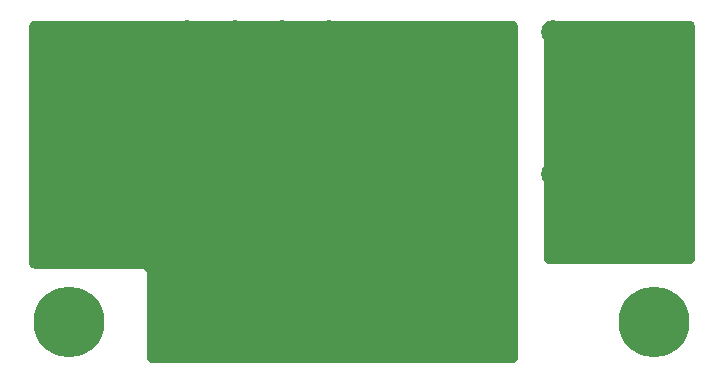
<source format=gbl>
%TF.GenerationSoftware,KiCad,Pcbnew,8.0.4*%
%TF.CreationDate,2024-08-05T19:41:16-07:00*%
%TF.ProjectId,20220727_Projects_Ideal_Diode_02,32303232-3037-4323-975f-50726f6a6563,rev?*%
%TF.SameCoordinates,PX9634260PY6ea0500*%
%TF.FileFunction,Copper,L2,Bot*%
%TF.FilePolarity,Positive*%
%FSLAX46Y46*%
G04 Gerber Fmt 4.6, Leading zero omitted, Abs format (unit mm)*
G04 Created by KiCad (PCBNEW 8.0.4) date 2024-08-05 19:41:16*
%MOMM*%
%LPD*%
G01*
G04 APERTURE LIST*
%TA.AperFunction,ComponentPad*%
%ADD10C,6.000000*%
%TD*%
%TA.AperFunction,ComponentPad*%
%ADD11C,3.000000*%
%TD*%
%TA.AperFunction,ComponentPad*%
%ADD12C,12.000000*%
%TD*%
%TA.AperFunction,SMDPad,CuDef*%
%ADD13R,28.000000X28.000000*%
%TD*%
%TA.AperFunction,ViaPad*%
%ADD14C,2.000000*%
%TD*%
G04 APERTURE END LIST*
D10*
%TO.P,P103,1,1*%
%TO.N,/+VIN*%
X53000000Y3500000D03*
%TD*%
D11*
%TO.P,P104,1,1*%
%TO.N,GND*%
X45600000Y22500000D03*
X46800000Y25500000D03*
X46800000Y19500000D03*
X50000000Y26900000D03*
D12*
X50000000Y22500000D03*
D11*
X50000000Y18100000D03*
X53000000Y25700000D03*
X53200000Y19500000D03*
X54400000Y22500000D03*
%TD*%
D10*
%TO.P,P101,1,1*%
%TO.N,/+VIN*%
X3500000Y3500000D03*
%TD*%
D11*
%TO.P,P102,1,1*%
%TO.N,/-SOURCE*%
X2100000Y22500000D03*
X3300000Y25500000D03*
X3300000Y19500000D03*
X6500000Y26900000D03*
D12*
X6500000Y22500000D03*
D11*
X6500000Y18100000D03*
X9500000Y25700000D03*
X9700000Y19500000D03*
X10900000Y22500000D03*
%TD*%
D13*
%TO.P,P105,1,1*%
%TO.N,/-SOURCE*%
X27500000Y14500000D03*
%TD*%
D14*
%TO.N,GND*%
X44500000Y16000000D03*
X54500000Y16000000D03*
X44500000Y28000000D03*
%TO.N,/-SOURCE*%
X13500000Y24000000D03*
X13500000Y12000000D03*
X1500000Y12000000D03*
X13500000Y20000000D03*
X13500000Y16000000D03*
X21500000Y28000000D03*
X21500000Y24000000D03*
X13500000Y28000000D03*
X1500000Y16000000D03*
X17500000Y20000000D03*
X5500000Y12000000D03*
X17500000Y16000000D03*
X29500000Y16000000D03*
X29500000Y20000000D03*
X17500000Y28000000D03*
X9500000Y12000000D03*
X25500000Y9000000D03*
X17500000Y24000000D03*
X29500000Y12000000D03*
X17500000Y9000000D03*
X21500000Y9000000D03*
X25500000Y28000000D03*
X17500000Y12000000D03*
X29500000Y24000000D03*
X25500000Y24000000D03*
%TD*%
%TA.AperFunction,Conductor*%
%TO.N,/-SOURCE*%
G36*
X41008187Y28998922D02*
G01*
X41036201Y28995235D01*
X41112964Y28985129D01*
X41144731Y28976617D01*
X41234675Y28939361D01*
X41263160Y28922915D01*
X41340393Y28863651D01*
X41363650Y28840394D01*
X41422914Y28763161D01*
X41439361Y28734674D01*
X41476615Y28644735D01*
X41485128Y28612964D01*
X41498922Y28508190D01*
X41500000Y28491743D01*
X41500000Y508258D01*
X41498922Y491811D01*
X41485128Y387037D01*
X41476615Y355266D01*
X41439361Y265327D01*
X41422914Y236840D01*
X41363650Y159607D01*
X41340393Y136350D01*
X41263160Y77086D01*
X41234673Y60639D01*
X41144734Y23385D01*
X41112963Y14872D01*
X41035024Y4612D01*
X41008187Y1078D01*
X40991742Y0D01*
X10608258Y0D01*
X10591812Y1078D01*
X10487037Y14872D01*
X10455265Y23385D01*
X10365326Y60639D01*
X10336839Y77086D01*
X10259606Y136350D01*
X10236349Y159607D01*
X10177085Y236840D01*
X10160638Y265327D01*
X10123384Y355266D01*
X10114871Y387039D01*
X10101078Y491813D01*
X10100000Y508258D01*
X10100000Y7499993D01*
X10100000Y7500000D01*
X10082963Y7629410D01*
X10033013Y7750000D01*
X9953553Y7853553D01*
X9892525Y7900382D01*
X9850002Y7933012D01*
X9729408Y7982964D01*
X9600002Y8000000D01*
X9600000Y8000000D01*
X608258Y8000000D01*
X591812Y8001078D01*
X487037Y8014872D01*
X455265Y8023385D01*
X365326Y8060639D01*
X336839Y8077086D01*
X259606Y8136350D01*
X236349Y8159607D01*
X177085Y8236840D01*
X160638Y8265327D01*
X123384Y8355266D01*
X114871Y8387039D01*
X101078Y8491813D01*
X100000Y8508258D01*
X100000Y28491743D01*
X101078Y28508188D01*
X101917Y28514568D01*
X114872Y28612967D01*
X123382Y28644730D01*
X160640Y28734679D01*
X177082Y28763157D01*
X236351Y28840397D01*
X259603Y28863649D01*
X336843Y28922918D01*
X365321Y28939360D01*
X455270Y28976618D01*
X487033Y28985128D01*
X568592Y28995866D01*
X591813Y28998922D01*
X608258Y29000000D01*
X40991742Y29000000D01*
X41008187Y28998922D01*
G37*
%TD.AperFunction*%
%TD*%
%TA.AperFunction,Conductor*%
%TO.N,GND*%
G36*
X56008187Y28998922D02*
G01*
X56036201Y28995235D01*
X56112964Y28985129D01*
X56144731Y28976617D01*
X56234675Y28939361D01*
X56263160Y28922915D01*
X56340393Y28863651D01*
X56363650Y28840394D01*
X56422914Y28763161D01*
X56439361Y28734674D01*
X56476615Y28644735D01*
X56485128Y28612964D01*
X56498922Y28508190D01*
X56500000Y28491743D01*
X56500000Y8908258D01*
X56498922Y8891811D01*
X56485128Y8787037D01*
X56476615Y8755266D01*
X56439361Y8665327D01*
X56422914Y8636840D01*
X56363650Y8559607D01*
X56340393Y8536350D01*
X56263160Y8477086D01*
X56234673Y8460639D01*
X56144734Y8423385D01*
X56112963Y8414872D01*
X56035024Y8404612D01*
X56008187Y8401078D01*
X55991742Y8400000D01*
X44208258Y8400000D01*
X44191812Y8401078D01*
X44087037Y8414872D01*
X44055265Y8423385D01*
X43965326Y8460639D01*
X43936839Y8477086D01*
X43859606Y8536350D01*
X43836349Y8559607D01*
X43777085Y8636840D01*
X43760638Y8665327D01*
X43723384Y8755266D01*
X43714871Y8787039D01*
X43701078Y8891813D01*
X43700000Y8908258D01*
X43700000Y28491743D01*
X43701078Y28508188D01*
X43701917Y28514568D01*
X43714872Y28612967D01*
X43723382Y28644730D01*
X43760640Y28734679D01*
X43777082Y28763157D01*
X43836351Y28840397D01*
X43859603Y28863649D01*
X43936843Y28922918D01*
X43965321Y28939360D01*
X44055270Y28976618D01*
X44087033Y28985128D01*
X44168592Y28995866D01*
X44191813Y28998922D01*
X44208258Y29000000D01*
X55991742Y29000000D01*
X56008187Y28998922D01*
G37*
%TD.AperFunction*%
%TD*%
M02*

</source>
